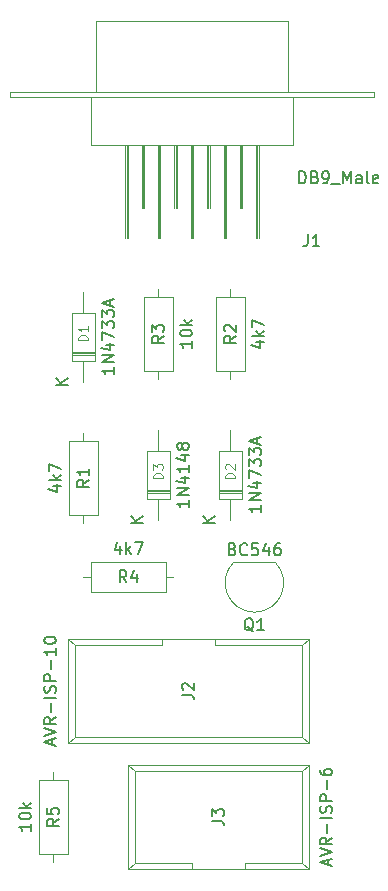
<source format=gbr>
G04 #@! TF.GenerationSoftware,KiCad,Pcbnew,5.1.2-1.fc30*
G04 #@! TF.CreationDate,2019-07-22T18:24:24+02:00*
G04 #@! TF.ProjectId,dasa-3,64617361-2d33-42e6-9b69-6361645f7063,0.5*
G04 #@! TF.SameCoordinates,Original*
G04 #@! TF.FileFunction,Other,Fab,Top*
%FSLAX46Y46*%
G04 Gerber Fmt 4.6, Leading zero omitted, Abs format (unit mm)*
G04 Created by KiCad (PCBNEW 5.1.2-1.fc30) date 2019-07-22 18:24:24*
%MOMM*%
%LPD*%
G04 APERTURE LIST*
%ADD10C,0.100000*%
%ADD11C,0.150000*%
%ADD12C,0.120000*%
G04 APERTURE END LIST*
D10*
X123978000Y-43794000D02*
X140278000Y-43794000D01*
X123978000Y-37794000D02*
X123978000Y-43794000D01*
X140278000Y-37794000D02*
X123978000Y-37794000D01*
X140278000Y-43794000D02*
X140278000Y-37794000D01*
X116703000Y-44194000D02*
X147553000Y-44194000D01*
X116703000Y-43794000D02*
X116703000Y-44194000D01*
X147553000Y-43794000D02*
X116703000Y-43794000D01*
X147553000Y-44194000D02*
X147553000Y-43794000D01*
X123578000Y-48294000D02*
X140678000Y-48294000D01*
X123578000Y-44194000D02*
X123578000Y-48294000D01*
X140678000Y-44194000D02*
X123578000Y-44194000D01*
X140678000Y-48294000D02*
X140678000Y-44194000D01*
X127873000Y-53594000D02*
X127873000Y-48294000D01*
X127973000Y-53594000D02*
X127973000Y-48294000D01*
X128073000Y-53594000D02*
X128073000Y-48294000D01*
X130643000Y-53594000D02*
X130643000Y-48294000D01*
X130743000Y-53594000D02*
X130743000Y-48294000D01*
X130843000Y-53594000D02*
X130843000Y-48294000D01*
X133413000Y-53594000D02*
X133413000Y-48294000D01*
X133513000Y-53594000D02*
X133513000Y-48294000D01*
X133613000Y-53594000D02*
X133613000Y-48294000D01*
X136183000Y-53594000D02*
X136183000Y-48294000D01*
X136283000Y-53594000D02*
X136283000Y-48294000D01*
X136383000Y-53594000D02*
X136383000Y-48294000D01*
X126488000Y-56134000D02*
X126488000Y-48294000D01*
X126588000Y-56134000D02*
X126588000Y-48294000D01*
X126688000Y-56134000D02*
X126688000Y-48294000D01*
X129258000Y-56134000D02*
X129258000Y-48294000D01*
X129358000Y-56134000D02*
X129358000Y-48294000D01*
X129458000Y-56134000D02*
X129458000Y-48294000D01*
X132028000Y-56134000D02*
X132028000Y-48294000D01*
X132128000Y-56134000D02*
X132128000Y-48294000D01*
X132228000Y-56134000D02*
X132228000Y-48294000D01*
X134798000Y-56134000D02*
X134798000Y-48294000D01*
X134898000Y-56134000D02*
X134898000Y-48294000D01*
X134998000Y-56134000D02*
X134998000Y-48294000D01*
X137568000Y-56134000D02*
X137568000Y-48294000D01*
X137668000Y-56134000D02*
X137668000Y-48294000D01*
X137768000Y-56134000D02*
X137768000Y-48294000D01*
X121936000Y-66016000D02*
X123936000Y-66016000D01*
X121936000Y-65816000D02*
X123936000Y-65816000D01*
X121936000Y-65916000D02*
X123936000Y-65916000D01*
X122936000Y-60706000D02*
X122936000Y-62516000D01*
X122936000Y-68326000D02*
X122936000Y-66516000D01*
X121936000Y-62516000D02*
X121936000Y-66516000D01*
X123936000Y-62516000D02*
X121936000Y-62516000D01*
X123936000Y-66516000D02*
X123936000Y-62516000D01*
X121936000Y-66516000D02*
X123936000Y-66516000D01*
X134382000Y-78200000D02*
X136382000Y-78200000D01*
X136382000Y-78200000D02*
X136382000Y-74200000D01*
X136382000Y-74200000D02*
X134382000Y-74200000D01*
X134382000Y-74200000D02*
X134382000Y-78200000D01*
X135382000Y-80010000D02*
X135382000Y-78200000D01*
X135382000Y-72390000D02*
X135382000Y-74200000D01*
X134382000Y-77600000D02*
X136382000Y-77600000D01*
X134382000Y-77500000D02*
X136382000Y-77500000D01*
X134382000Y-77700000D02*
X136382000Y-77700000D01*
X128286000Y-78200000D02*
X130286000Y-78200000D01*
X130286000Y-78200000D02*
X130286000Y-74200000D01*
X130286000Y-74200000D02*
X128286000Y-74200000D01*
X128286000Y-74200000D02*
X128286000Y-78200000D01*
X129286000Y-80010000D02*
X129286000Y-78200000D01*
X129286000Y-72390000D02*
X129286000Y-74200000D01*
X128286000Y-77600000D02*
X130286000Y-77600000D01*
X128286000Y-77500000D02*
X130286000Y-77500000D01*
X128286000Y-77700000D02*
X130286000Y-77700000D01*
X142006000Y-98913000D02*
X121646000Y-98913000D01*
X141466000Y-98363000D02*
X122206000Y-98363000D01*
X142006000Y-90063000D02*
X121646000Y-90063000D01*
X141466000Y-90613000D02*
X134076000Y-90613000D01*
X129576000Y-90613000D02*
X122206000Y-90613000D01*
X134076000Y-90613000D02*
X134076000Y-90063000D01*
X129576000Y-90613000D02*
X129576000Y-90063000D01*
X142006000Y-98913000D02*
X142006000Y-90063000D01*
X141466000Y-98363000D02*
X141466000Y-90613000D01*
X121646000Y-98913000D02*
X121646000Y-90063000D01*
X122206000Y-98363000D02*
X122206000Y-90613000D01*
X142006000Y-98913000D02*
X141466000Y-98363000D01*
X121646000Y-98913000D02*
X122206000Y-98363000D01*
X142006000Y-90063000D02*
X141466000Y-90613000D01*
X121646000Y-90063000D02*
X122206000Y-90613000D01*
X126726000Y-100731000D02*
X142006000Y-100731000D01*
X127266000Y-101281000D02*
X141446000Y-101281000D01*
X126726000Y-109581000D02*
X142006000Y-109581000D01*
X127266000Y-109031000D02*
X132116000Y-109031000D01*
X136616000Y-109031000D02*
X141446000Y-109031000D01*
X132116000Y-109031000D02*
X132116000Y-109581000D01*
X136616000Y-109031000D02*
X136616000Y-109581000D01*
X126726000Y-100731000D02*
X126726000Y-109581000D01*
X127266000Y-101281000D02*
X127266000Y-109031000D01*
X142006000Y-100731000D02*
X142006000Y-109581000D01*
X141446000Y-101281000D02*
X141446000Y-109031000D01*
X126726000Y-100731000D02*
X127266000Y-101281000D01*
X142006000Y-100731000D02*
X141446000Y-101281000D01*
X126726000Y-109581000D02*
X127266000Y-109031000D01*
X142006000Y-109581000D02*
X141446000Y-109031000D01*
X139184000Y-83594000D02*
X135684000Y-83594000D01*
X135660375Y-83590375D02*
G75*
G03X137414000Y-87824000I1753625J-1753625D01*
G01*
X139167625Y-83590375D02*
G75*
G02X137414000Y-87824000I-1753625J-1753625D01*
G01*
X124186000Y-73304000D02*
X121686000Y-73304000D01*
X121686000Y-73304000D02*
X121686000Y-79604000D01*
X121686000Y-79604000D02*
X124186000Y-79604000D01*
X124186000Y-79604000D02*
X124186000Y-73304000D01*
X122936000Y-72644000D02*
X122936000Y-73304000D01*
X122936000Y-80264000D02*
X122936000Y-79604000D01*
X135382000Y-60452000D02*
X135382000Y-61112000D01*
X135382000Y-68072000D02*
X135382000Y-67412000D01*
X134132000Y-61112000D02*
X134132000Y-67412000D01*
X136632000Y-61112000D02*
X134132000Y-61112000D01*
X136632000Y-67412000D02*
X136632000Y-61112000D01*
X134132000Y-67412000D02*
X136632000Y-67412000D01*
X129286000Y-60452000D02*
X129286000Y-61112000D01*
X129286000Y-68072000D02*
X129286000Y-67412000D01*
X128036000Y-61112000D02*
X128036000Y-67412000D01*
X130536000Y-61112000D02*
X128036000Y-61112000D01*
X130536000Y-67412000D02*
X130536000Y-61112000D01*
X128036000Y-67412000D02*
X130536000Y-67412000D01*
X129896000Y-86086000D02*
X129896000Y-83586000D01*
X129896000Y-83586000D02*
X123596000Y-83586000D01*
X123596000Y-83586000D02*
X123596000Y-86086000D01*
X123596000Y-86086000D02*
X129896000Y-86086000D01*
X130556000Y-84836000D02*
X129896000Y-84836000D01*
X122936000Y-84836000D02*
X123596000Y-84836000D01*
X121646000Y-102006000D02*
X119146000Y-102006000D01*
X119146000Y-102006000D02*
X119146000Y-108306000D01*
X119146000Y-108306000D02*
X121646000Y-108306000D01*
X121646000Y-108306000D02*
X121646000Y-102006000D01*
X120396000Y-101346000D02*
X120396000Y-102006000D01*
X120396000Y-108966000D02*
X120396000Y-108306000D01*
D11*
X141192666Y-51506380D02*
X141192666Y-50506380D01*
X141430761Y-50506380D01*
X141573619Y-50554000D01*
X141668857Y-50649238D01*
X141716476Y-50744476D01*
X141764095Y-50934952D01*
X141764095Y-51077809D01*
X141716476Y-51268285D01*
X141668857Y-51363523D01*
X141573619Y-51458761D01*
X141430761Y-51506380D01*
X141192666Y-51506380D01*
X142526000Y-50982571D02*
X142668857Y-51030190D01*
X142716476Y-51077809D01*
X142764095Y-51173047D01*
X142764095Y-51315904D01*
X142716476Y-51411142D01*
X142668857Y-51458761D01*
X142573619Y-51506380D01*
X142192666Y-51506380D01*
X142192666Y-50506380D01*
X142526000Y-50506380D01*
X142621238Y-50554000D01*
X142668857Y-50601619D01*
X142716476Y-50696857D01*
X142716476Y-50792095D01*
X142668857Y-50887333D01*
X142621238Y-50934952D01*
X142526000Y-50982571D01*
X142192666Y-50982571D01*
X143240285Y-51506380D02*
X143430761Y-51506380D01*
X143526000Y-51458761D01*
X143573619Y-51411142D01*
X143668857Y-51268285D01*
X143716476Y-51077809D01*
X143716476Y-50696857D01*
X143668857Y-50601619D01*
X143621238Y-50554000D01*
X143526000Y-50506380D01*
X143335523Y-50506380D01*
X143240285Y-50554000D01*
X143192666Y-50601619D01*
X143145047Y-50696857D01*
X143145047Y-50934952D01*
X143192666Y-51030190D01*
X143240285Y-51077809D01*
X143335523Y-51125428D01*
X143526000Y-51125428D01*
X143621238Y-51077809D01*
X143668857Y-51030190D01*
X143716476Y-50934952D01*
X143906952Y-51601619D02*
X144668857Y-51601619D01*
X144906952Y-51506380D02*
X144906952Y-50506380D01*
X145240285Y-51220666D01*
X145573619Y-50506380D01*
X145573619Y-51506380D01*
X146478380Y-51506380D02*
X146478380Y-50982571D01*
X146430761Y-50887333D01*
X146335523Y-50839714D01*
X146145047Y-50839714D01*
X146049809Y-50887333D01*
X146478380Y-51458761D02*
X146383142Y-51506380D01*
X146145047Y-51506380D01*
X146049809Y-51458761D01*
X146002190Y-51363523D01*
X146002190Y-51268285D01*
X146049809Y-51173047D01*
X146145047Y-51125428D01*
X146383142Y-51125428D01*
X146478380Y-51077809D01*
X147097428Y-51506380D02*
X147002190Y-51458761D01*
X146954571Y-51363523D01*
X146954571Y-50506380D01*
X147859333Y-51458761D02*
X147764095Y-51506380D01*
X147573619Y-51506380D01*
X147478380Y-51458761D01*
X147430761Y-51363523D01*
X147430761Y-50982571D01*
X147478380Y-50887333D01*
X147573619Y-50839714D01*
X147764095Y-50839714D01*
X147859333Y-50887333D01*
X147906952Y-50982571D01*
X147906952Y-51077809D01*
X147430761Y-51173047D01*
X141906666Y-55840380D02*
X141906666Y-56554666D01*
X141859047Y-56697523D01*
X141763809Y-56792761D01*
X141620952Y-56840380D01*
X141525714Y-56840380D01*
X142906666Y-56840380D02*
X142335238Y-56840380D01*
X142620952Y-56840380D02*
X142620952Y-55840380D01*
X142525714Y-55983238D01*
X142430476Y-56078476D01*
X142335238Y-56126095D01*
X125508380Y-67087428D02*
X125508380Y-67658857D01*
X125508380Y-67373142D02*
X124508380Y-67373142D01*
X124651238Y-67468380D01*
X124746476Y-67563619D01*
X124794095Y-67658857D01*
X125508380Y-66658857D02*
X124508380Y-66658857D01*
X125508380Y-66087428D01*
X124508380Y-66087428D01*
X124841714Y-65182666D02*
X125508380Y-65182666D01*
X124460761Y-65420761D02*
X125175047Y-65658857D01*
X125175047Y-65039809D01*
X124508380Y-64754095D02*
X124508380Y-64087428D01*
X125508380Y-64516000D01*
X124508380Y-63801714D02*
X124508380Y-63182666D01*
X124889333Y-63516000D01*
X124889333Y-63373142D01*
X124936952Y-63277904D01*
X124984571Y-63230285D01*
X125079809Y-63182666D01*
X125317904Y-63182666D01*
X125413142Y-63230285D01*
X125460761Y-63277904D01*
X125508380Y-63373142D01*
X125508380Y-63658857D01*
X125460761Y-63754095D01*
X125413142Y-63801714D01*
X124508380Y-62849333D02*
X124508380Y-62230285D01*
X124889333Y-62563619D01*
X124889333Y-62420761D01*
X124936952Y-62325523D01*
X124984571Y-62277904D01*
X125079809Y-62230285D01*
X125317904Y-62230285D01*
X125413142Y-62277904D01*
X125460761Y-62325523D01*
X125508380Y-62420761D01*
X125508380Y-62706476D01*
X125460761Y-62801714D01*
X125413142Y-62849333D01*
X125222666Y-61849333D02*
X125222666Y-61373142D01*
X125508380Y-61944571D02*
X124508380Y-61611238D01*
X125508380Y-61277904D01*
X121588380Y-68587904D02*
X120588380Y-68587904D01*
X121588380Y-68016476D02*
X121016952Y-68445047D01*
X120588380Y-68016476D02*
X121159809Y-68587904D01*
D12*
X123297904Y-64806476D02*
X122497904Y-64806476D01*
X122497904Y-64616000D01*
X122536000Y-64501714D01*
X122612190Y-64425523D01*
X122688380Y-64387428D01*
X122840761Y-64349333D01*
X122955047Y-64349333D01*
X123107428Y-64387428D01*
X123183619Y-64425523D01*
X123259809Y-64501714D01*
X123297904Y-64616000D01*
X123297904Y-64806476D01*
X123297904Y-63587428D02*
X123297904Y-64044571D01*
X123297904Y-63816000D02*
X122497904Y-63816000D01*
X122612190Y-63892190D01*
X122688380Y-63968380D01*
X122726476Y-64044571D01*
D11*
X137954380Y-78771428D02*
X137954380Y-79342857D01*
X137954380Y-79057142D02*
X136954380Y-79057142D01*
X137097238Y-79152380D01*
X137192476Y-79247619D01*
X137240095Y-79342857D01*
X137954380Y-78342857D02*
X136954380Y-78342857D01*
X137954380Y-77771428D01*
X136954380Y-77771428D01*
X137287714Y-76866666D02*
X137954380Y-76866666D01*
X136906761Y-77104761D02*
X137621047Y-77342857D01*
X137621047Y-76723809D01*
X136954380Y-76438095D02*
X136954380Y-75771428D01*
X137954380Y-76200000D01*
X136954380Y-75485714D02*
X136954380Y-74866666D01*
X137335333Y-75200000D01*
X137335333Y-75057142D01*
X137382952Y-74961904D01*
X137430571Y-74914285D01*
X137525809Y-74866666D01*
X137763904Y-74866666D01*
X137859142Y-74914285D01*
X137906761Y-74961904D01*
X137954380Y-75057142D01*
X137954380Y-75342857D01*
X137906761Y-75438095D01*
X137859142Y-75485714D01*
X136954380Y-74533333D02*
X136954380Y-73914285D01*
X137335333Y-74247619D01*
X137335333Y-74104761D01*
X137382952Y-74009523D01*
X137430571Y-73961904D01*
X137525809Y-73914285D01*
X137763904Y-73914285D01*
X137859142Y-73961904D01*
X137906761Y-74009523D01*
X137954380Y-74104761D01*
X137954380Y-74390476D01*
X137906761Y-74485714D01*
X137859142Y-74533333D01*
X137668666Y-73533333D02*
X137668666Y-73057142D01*
X137954380Y-73628571D02*
X136954380Y-73295238D01*
X137954380Y-72961904D01*
D12*
X135743904Y-76490476D02*
X134943904Y-76490476D01*
X134943904Y-76300000D01*
X134982000Y-76185714D01*
X135058190Y-76109523D01*
X135134380Y-76071428D01*
X135286761Y-76033333D01*
X135401047Y-76033333D01*
X135553428Y-76071428D01*
X135629619Y-76109523D01*
X135705809Y-76185714D01*
X135743904Y-76300000D01*
X135743904Y-76490476D01*
X135020095Y-75728571D02*
X134982000Y-75690476D01*
X134943904Y-75614285D01*
X134943904Y-75423809D01*
X134982000Y-75347619D01*
X135020095Y-75309523D01*
X135096285Y-75271428D01*
X135172476Y-75271428D01*
X135286761Y-75309523D01*
X135743904Y-75766666D01*
X135743904Y-75271428D01*
D11*
X134034380Y-80271904D02*
X133034380Y-80271904D01*
X134034380Y-79700476D02*
X133462952Y-80129047D01*
X133034380Y-79700476D02*
X133605809Y-80271904D01*
X131858380Y-78342857D02*
X131858380Y-78914285D01*
X131858380Y-78628571D02*
X130858380Y-78628571D01*
X131001238Y-78723809D01*
X131096476Y-78819047D01*
X131144095Y-78914285D01*
X131858380Y-77914285D02*
X130858380Y-77914285D01*
X131858380Y-77342857D01*
X130858380Y-77342857D01*
X131191714Y-76438095D02*
X131858380Y-76438095D01*
X130810761Y-76676190D02*
X131525047Y-76914285D01*
X131525047Y-76295238D01*
X131858380Y-75390476D02*
X131858380Y-75961904D01*
X131858380Y-75676190D02*
X130858380Y-75676190D01*
X131001238Y-75771428D01*
X131096476Y-75866666D01*
X131144095Y-75961904D01*
X131191714Y-74533333D02*
X131858380Y-74533333D01*
X130810761Y-74771428D02*
X131525047Y-75009523D01*
X131525047Y-74390476D01*
X131286952Y-73866666D02*
X131239333Y-73961904D01*
X131191714Y-74009523D01*
X131096476Y-74057142D01*
X131048857Y-74057142D01*
X130953619Y-74009523D01*
X130906000Y-73961904D01*
X130858380Y-73866666D01*
X130858380Y-73676190D01*
X130906000Y-73580952D01*
X130953619Y-73533333D01*
X131048857Y-73485714D01*
X131096476Y-73485714D01*
X131191714Y-73533333D01*
X131239333Y-73580952D01*
X131286952Y-73676190D01*
X131286952Y-73866666D01*
X131334571Y-73961904D01*
X131382190Y-74009523D01*
X131477428Y-74057142D01*
X131667904Y-74057142D01*
X131763142Y-74009523D01*
X131810761Y-73961904D01*
X131858380Y-73866666D01*
X131858380Y-73676190D01*
X131810761Y-73580952D01*
X131763142Y-73533333D01*
X131667904Y-73485714D01*
X131477428Y-73485714D01*
X131382190Y-73533333D01*
X131334571Y-73580952D01*
X131286952Y-73676190D01*
D12*
X129647904Y-76490476D02*
X128847904Y-76490476D01*
X128847904Y-76300000D01*
X128886000Y-76185714D01*
X128962190Y-76109523D01*
X129038380Y-76071428D01*
X129190761Y-76033333D01*
X129305047Y-76033333D01*
X129457428Y-76071428D01*
X129533619Y-76109523D01*
X129609809Y-76185714D01*
X129647904Y-76300000D01*
X129647904Y-76490476D01*
X128847904Y-75766666D02*
X128847904Y-75271428D01*
X129152666Y-75538095D01*
X129152666Y-75423809D01*
X129190761Y-75347619D01*
X129228857Y-75309523D01*
X129305047Y-75271428D01*
X129495523Y-75271428D01*
X129571714Y-75309523D01*
X129609809Y-75347619D01*
X129647904Y-75423809D01*
X129647904Y-75652380D01*
X129609809Y-75728571D01*
X129571714Y-75766666D01*
D11*
X127938380Y-80271904D02*
X126938380Y-80271904D01*
X127938380Y-79700476D02*
X127366952Y-80129047D01*
X126938380Y-79700476D02*
X127509809Y-80271904D01*
X120308666Y-99059428D02*
X120308666Y-98583238D01*
X120594380Y-99154666D02*
X119594380Y-98821333D01*
X120594380Y-98488000D01*
X119594380Y-98297523D02*
X120594380Y-97964190D01*
X119594380Y-97630857D01*
X120594380Y-96726095D02*
X120118190Y-97059428D01*
X120594380Y-97297523D02*
X119594380Y-97297523D01*
X119594380Y-96916571D01*
X119642000Y-96821333D01*
X119689619Y-96773714D01*
X119784857Y-96726095D01*
X119927714Y-96726095D01*
X120022952Y-96773714D01*
X120070571Y-96821333D01*
X120118190Y-96916571D01*
X120118190Y-97297523D01*
X120213428Y-96297523D02*
X120213428Y-95535619D01*
X120594380Y-95059428D02*
X119594380Y-95059428D01*
X120546761Y-94630857D02*
X120594380Y-94488000D01*
X120594380Y-94249904D01*
X120546761Y-94154666D01*
X120499142Y-94107047D01*
X120403904Y-94059428D01*
X120308666Y-94059428D01*
X120213428Y-94107047D01*
X120165809Y-94154666D01*
X120118190Y-94249904D01*
X120070571Y-94440380D01*
X120022952Y-94535619D01*
X119975333Y-94583238D01*
X119880095Y-94630857D01*
X119784857Y-94630857D01*
X119689619Y-94583238D01*
X119642000Y-94535619D01*
X119594380Y-94440380D01*
X119594380Y-94202285D01*
X119642000Y-94059428D01*
X120594380Y-93630857D02*
X119594380Y-93630857D01*
X119594380Y-93249904D01*
X119642000Y-93154666D01*
X119689619Y-93107047D01*
X119784857Y-93059428D01*
X119927714Y-93059428D01*
X120022952Y-93107047D01*
X120070571Y-93154666D01*
X120118190Y-93249904D01*
X120118190Y-93630857D01*
X120213428Y-92630857D02*
X120213428Y-91868952D01*
X120594380Y-90868952D02*
X120594380Y-91440380D01*
X120594380Y-91154666D02*
X119594380Y-91154666D01*
X119737238Y-91249904D01*
X119832476Y-91345142D01*
X119880095Y-91440380D01*
X119594380Y-90249904D02*
X119594380Y-90154666D01*
X119642000Y-90059428D01*
X119689619Y-90011809D01*
X119784857Y-89964190D01*
X119975333Y-89916571D01*
X120213428Y-89916571D01*
X120403904Y-89964190D01*
X120499142Y-90011809D01*
X120546761Y-90059428D01*
X120594380Y-90154666D01*
X120594380Y-90249904D01*
X120546761Y-90345142D01*
X120499142Y-90392761D01*
X120403904Y-90440380D01*
X120213428Y-90488000D01*
X119975333Y-90488000D01*
X119784857Y-90440380D01*
X119689619Y-90392761D01*
X119642000Y-90345142D01*
X119594380Y-90249904D01*
X131278380Y-94821333D02*
X131992666Y-94821333D01*
X132135523Y-94868952D01*
X132230761Y-94964190D01*
X132278380Y-95107047D01*
X132278380Y-95202285D01*
X131373619Y-94392761D02*
X131326000Y-94345142D01*
X131278380Y-94249904D01*
X131278380Y-94011809D01*
X131326000Y-93916571D01*
X131373619Y-93868952D01*
X131468857Y-93821333D01*
X131564095Y-93821333D01*
X131706952Y-93868952D01*
X132278380Y-94440380D01*
X132278380Y-93821333D01*
X143676666Y-109251238D02*
X143676666Y-108775047D01*
X143962380Y-109346476D02*
X142962380Y-109013142D01*
X143962380Y-108679809D01*
X142962380Y-108489333D02*
X143962380Y-108156000D01*
X142962380Y-107822666D01*
X143962380Y-106917904D02*
X143486190Y-107251238D01*
X143962380Y-107489333D02*
X142962380Y-107489333D01*
X142962380Y-107108380D01*
X143010000Y-107013142D01*
X143057619Y-106965523D01*
X143152857Y-106917904D01*
X143295714Y-106917904D01*
X143390952Y-106965523D01*
X143438571Y-107013142D01*
X143486190Y-107108380D01*
X143486190Y-107489333D01*
X143581428Y-106489333D02*
X143581428Y-105727428D01*
X143962380Y-105251238D02*
X142962380Y-105251238D01*
X143914761Y-104822666D02*
X143962380Y-104679809D01*
X143962380Y-104441714D01*
X143914761Y-104346476D01*
X143867142Y-104298857D01*
X143771904Y-104251238D01*
X143676666Y-104251238D01*
X143581428Y-104298857D01*
X143533809Y-104346476D01*
X143486190Y-104441714D01*
X143438571Y-104632190D01*
X143390952Y-104727428D01*
X143343333Y-104775047D01*
X143248095Y-104822666D01*
X143152857Y-104822666D01*
X143057619Y-104775047D01*
X143010000Y-104727428D01*
X142962380Y-104632190D01*
X142962380Y-104394095D01*
X143010000Y-104251238D01*
X143962380Y-103822666D02*
X142962380Y-103822666D01*
X142962380Y-103441714D01*
X143010000Y-103346476D01*
X143057619Y-103298857D01*
X143152857Y-103251238D01*
X143295714Y-103251238D01*
X143390952Y-103298857D01*
X143438571Y-103346476D01*
X143486190Y-103441714D01*
X143486190Y-103822666D01*
X143581428Y-102822666D02*
X143581428Y-102060761D01*
X142962380Y-101156000D02*
X142962380Y-101346476D01*
X143010000Y-101441714D01*
X143057619Y-101489333D01*
X143200476Y-101584571D01*
X143390952Y-101632190D01*
X143771904Y-101632190D01*
X143867142Y-101584571D01*
X143914761Y-101536952D01*
X143962380Y-101441714D01*
X143962380Y-101251238D01*
X143914761Y-101156000D01*
X143867142Y-101108380D01*
X143771904Y-101060761D01*
X143533809Y-101060761D01*
X143438571Y-101108380D01*
X143390952Y-101156000D01*
X143343333Y-101251238D01*
X143343333Y-101441714D01*
X143390952Y-101536952D01*
X143438571Y-101584571D01*
X143533809Y-101632190D01*
X133818380Y-105489333D02*
X134532666Y-105489333D01*
X134675523Y-105536952D01*
X134770761Y-105632190D01*
X134818380Y-105775047D01*
X134818380Y-105870285D01*
X133818380Y-105108380D02*
X133818380Y-104489333D01*
X134199333Y-104822666D01*
X134199333Y-104679809D01*
X134246952Y-104584571D01*
X134294571Y-104536952D01*
X134389809Y-104489333D01*
X134627904Y-104489333D01*
X134723142Y-104536952D01*
X134770761Y-104584571D01*
X134818380Y-104679809D01*
X134818380Y-104965523D01*
X134770761Y-105060761D01*
X134723142Y-105108380D01*
X135556857Y-82482571D02*
X135699714Y-82530190D01*
X135747333Y-82577809D01*
X135794952Y-82673047D01*
X135794952Y-82815904D01*
X135747333Y-82911142D01*
X135699714Y-82958761D01*
X135604476Y-83006380D01*
X135223523Y-83006380D01*
X135223523Y-82006380D01*
X135556857Y-82006380D01*
X135652095Y-82054000D01*
X135699714Y-82101619D01*
X135747333Y-82196857D01*
X135747333Y-82292095D01*
X135699714Y-82387333D01*
X135652095Y-82434952D01*
X135556857Y-82482571D01*
X135223523Y-82482571D01*
X136794952Y-82911142D02*
X136747333Y-82958761D01*
X136604476Y-83006380D01*
X136509238Y-83006380D01*
X136366380Y-82958761D01*
X136271142Y-82863523D01*
X136223523Y-82768285D01*
X136175904Y-82577809D01*
X136175904Y-82434952D01*
X136223523Y-82244476D01*
X136271142Y-82149238D01*
X136366380Y-82054000D01*
X136509238Y-82006380D01*
X136604476Y-82006380D01*
X136747333Y-82054000D01*
X136794952Y-82101619D01*
X137699714Y-82006380D02*
X137223523Y-82006380D01*
X137175904Y-82482571D01*
X137223523Y-82434952D01*
X137318761Y-82387333D01*
X137556857Y-82387333D01*
X137652095Y-82434952D01*
X137699714Y-82482571D01*
X137747333Y-82577809D01*
X137747333Y-82815904D01*
X137699714Y-82911142D01*
X137652095Y-82958761D01*
X137556857Y-83006380D01*
X137318761Y-83006380D01*
X137223523Y-82958761D01*
X137175904Y-82911142D01*
X138604476Y-82339714D02*
X138604476Y-83006380D01*
X138366380Y-81958761D02*
X138128285Y-82673047D01*
X138747333Y-82673047D01*
X139556857Y-82006380D02*
X139366380Y-82006380D01*
X139271142Y-82054000D01*
X139223523Y-82101619D01*
X139128285Y-82244476D01*
X139080666Y-82434952D01*
X139080666Y-82815904D01*
X139128285Y-82911142D01*
X139175904Y-82958761D01*
X139271142Y-83006380D01*
X139461619Y-83006380D01*
X139556857Y-82958761D01*
X139604476Y-82911142D01*
X139652095Y-82815904D01*
X139652095Y-82577809D01*
X139604476Y-82482571D01*
X139556857Y-82434952D01*
X139461619Y-82387333D01*
X139271142Y-82387333D01*
X139175904Y-82434952D01*
X139128285Y-82482571D01*
X139080666Y-82577809D01*
X137318761Y-89451619D02*
X137223523Y-89404000D01*
X137128285Y-89308761D01*
X136985428Y-89165904D01*
X136890190Y-89118285D01*
X136794952Y-89118285D01*
X136842571Y-89356380D02*
X136747333Y-89308761D01*
X136652095Y-89213523D01*
X136604476Y-89023047D01*
X136604476Y-88689714D01*
X136652095Y-88499238D01*
X136747333Y-88404000D01*
X136842571Y-88356380D01*
X137033047Y-88356380D01*
X137128285Y-88404000D01*
X137223523Y-88499238D01*
X137271142Y-88689714D01*
X137271142Y-89023047D01*
X137223523Y-89213523D01*
X137128285Y-89308761D01*
X137033047Y-89356380D01*
X136842571Y-89356380D01*
X138223523Y-89356380D02*
X137652095Y-89356380D01*
X137937809Y-89356380D02*
X137937809Y-88356380D01*
X137842571Y-88499238D01*
X137747333Y-88594476D01*
X137652095Y-88642095D01*
X120351714Y-77144476D02*
X121018380Y-77144476D01*
X119970761Y-77382571D02*
X120685047Y-77620666D01*
X120685047Y-77001619D01*
X121018380Y-76620666D02*
X120018380Y-76620666D01*
X120637428Y-76525428D02*
X121018380Y-76239714D01*
X120351714Y-76239714D02*
X120732666Y-76620666D01*
X120018380Y-75906380D02*
X120018380Y-75239714D01*
X121018380Y-75668285D01*
X123388380Y-76620666D02*
X122912190Y-76954000D01*
X123388380Y-77192095D02*
X122388380Y-77192095D01*
X122388380Y-76811142D01*
X122436000Y-76715904D01*
X122483619Y-76668285D01*
X122578857Y-76620666D01*
X122721714Y-76620666D01*
X122816952Y-76668285D01*
X122864571Y-76715904D01*
X122912190Y-76811142D01*
X122912190Y-77192095D01*
X123388380Y-75668285D02*
X123388380Y-76239714D01*
X123388380Y-75954000D02*
X122388380Y-75954000D01*
X122531238Y-76049238D01*
X122626476Y-76144476D01*
X122674095Y-76239714D01*
X137537714Y-64952476D02*
X138204380Y-64952476D01*
X137156761Y-65190571D02*
X137871047Y-65428666D01*
X137871047Y-64809619D01*
X138204380Y-64428666D02*
X137204380Y-64428666D01*
X137823428Y-64333428D02*
X138204380Y-64047714D01*
X137537714Y-64047714D02*
X137918666Y-64428666D01*
X137204380Y-63714380D02*
X137204380Y-63047714D01*
X138204380Y-63476285D01*
X135834380Y-64428666D02*
X135358190Y-64762000D01*
X135834380Y-65000095D02*
X134834380Y-65000095D01*
X134834380Y-64619142D01*
X134882000Y-64523904D01*
X134929619Y-64476285D01*
X135024857Y-64428666D01*
X135167714Y-64428666D01*
X135262952Y-64476285D01*
X135310571Y-64523904D01*
X135358190Y-64619142D01*
X135358190Y-65000095D01*
X134929619Y-64047714D02*
X134882000Y-64000095D01*
X134834380Y-63904857D01*
X134834380Y-63666761D01*
X134882000Y-63571523D01*
X134929619Y-63523904D01*
X135024857Y-63476285D01*
X135120095Y-63476285D01*
X135262952Y-63523904D01*
X135834380Y-64095333D01*
X135834380Y-63476285D01*
X132108380Y-64857238D02*
X132108380Y-65428666D01*
X132108380Y-65142952D02*
X131108380Y-65142952D01*
X131251238Y-65238190D01*
X131346476Y-65333428D01*
X131394095Y-65428666D01*
X131108380Y-64238190D02*
X131108380Y-64142952D01*
X131156000Y-64047714D01*
X131203619Y-64000095D01*
X131298857Y-63952476D01*
X131489333Y-63904857D01*
X131727428Y-63904857D01*
X131917904Y-63952476D01*
X132013142Y-64000095D01*
X132060761Y-64047714D01*
X132108380Y-64142952D01*
X132108380Y-64238190D01*
X132060761Y-64333428D01*
X132013142Y-64381047D01*
X131917904Y-64428666D01*
X131727428Y-64476285D01*
X131489333Y-64476285D01*
X131298857Y-64428666D01*
X131203619Y-64381047D01*
X131156000Y-64333428D01*
X131108380Y-64238190D01*
X132108380Y-63476285D02*
X131108380Y-63476285D01*
X131727428Y-63381047D02*
X132108380Y-63095333D01*
X131441714Y-63095333D02*
X131822666Y-63476285D01*
X129738380Y-64428666D02*
X129262190Y-64762000D01*
X129738380Y-65000095D02*
X128738380Y-65000095D01*
X128738380Y-64619142D01*
X128786000Y-64523904D01*
X128833619Y-64476285D01*
X128928857Y-64428666D01*
X129071714Y-64428666D01*
X129166952Y-64476285D01*
X129214571Y-64523904D01*
X129262190Y-64619142D01*
X129262190Y-65000095D01*
X128738380Y-64095333D02*
X128738380Y-63476285D01*
X129119333Y-63809619D01*
X129119333Y-63666761D01*
X129166952Y-63571523D01*
X129214571Y-63523904D01*
X129309809Y-63476285D01*
X129547904Y-63476285D01*
X129643142Y-63523904D01*
X129690761Y-63571523D01*
X129738380Y-63666761D01*
X129738380Y-63952476D01*
X129690761Y-64047714D01*
X129643142Y-64095333D01*
X126055523Y-82251714D02*
X126055523Y-82918380D01*
X125817428Y-81870761D02*
X125579333Y-82585047D01*
X126198380Y-82585047D01*
X126579333Y-82918380D02*
X126579333Y-81918380D01*
X126674571Y-82537428D02*
X126960285Y-82918380D01*
X126960285Y-82251714D02*
X126579333Y-82632666D01*
X127293619Y-81918380D02*
X127960285Y-81918380D01*
X127531714Y-82918380D01*
X126579333Y-85288380D02*
X126246000Y-84812190D01*
X126007904Y-85288380D02*
X126007904Y-84288380D01*
X126388857Y-84288380D01*
X126484095Y-84336000D01*
X126531714Y-84383619D01*
X126579333Y-84478857D01*
X126579333Y-84621714D01*
X126531714Y-84716952D01*
X126484095Y-84764571D01*
X126388857Y-84812190D01*
X126007904Y-84812190D01*
X127436476Y-84621714D02*
X127436476Y-85288380D01*
X127198380Y-84240761D02*
X126960285Y-84955047D01*
X127579333Y-84955047D01*
X118478380Y-105751238D02*
X118478380Y-106322666D01*
X118478380Y-106036952D02*
X117478380Y-106036952D01*
X117621238Y-106132190D01*
X117716476Y-106227428D01*
X117764095Y-106322666D01*
X117478380Y-105132190D02*
X117478380Y-105036952D01*
X117526000Y-104941714D01*
X117573619Y-104894095D01*
X117668857Y-104846476D01*
X117859333Y-104798857D01*
X118097428Y-104798857D01*
X118287904Y-104846476D01*
X118383142Y-104894095D01*
X118430761Y-104941714D01*
X118478380Y-105036952D01*
X118478380Y-105132190D01*
X118430761Y-105227428D01*
X118383142Y-105275047D01*
X118287904Y-105322666D01*
X118097428Y-105370285D01*
X117859333Y-105370285D01*
X117668857Y-105322666D01*
X117573619Y-105275047D01*
X117526000Y-105227428D01*
X117478380Y-105132190D01*
X118478380Y-104370285D02*
X117478380Y-104370285D01*
X118097428Y-104275047D02*
X118478380Y-103989333D01*
X117811714Y-103989333D02*
X118192666Y-104370285D01*
X120848380Y-105322666D02*
X120372190Y-105656000D01*
X120848380Y-105894095D02*
X119848380Y-105894095D01*
X119848380Y-105513142D01*
X119896000Y-105417904D01*
X119943619Y-105370285D01*
X120038857Y-105322666D01*
X120181714Y-105322666D01*
X120276952Y-105370285D01*
X120324571Y-105417904D01*
X120372190Y-105513142D01*
X120372190Y-105894095D01*
X119848380Y-104417904D02*
X119848380Y-104894095D01*
X120324571Y-104941714D01*
X120276952Y-104894095D01*
X120229333Y-104798857D01*
X120229333Y-104560761D01*
X120276952Y-104465523D01*
X120324571Y-104417904D01*
X120419809Y-104370285D01*
X120657904Y-104370285D01*
X120753142Y-104417904D01*
X120800761Y-104465523D01*
X120848380Y-104560761D01*
X120848380Y-104798857D01*
X120800761Y-104894095D01*
X120753142Y-104941714D01*
M02*

</source>
